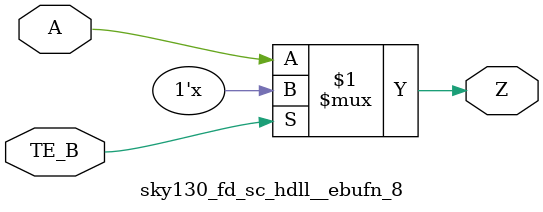
<source format=v>
/*
 * Copyright 2020 The SkyWater PDK Authors
 *
 * Licensed under the Apache License, Version 2.0 (the "License");
 * you may not use this file except in compliance with the License.
 * You may obtain a copy of the License at
 *
 *     https://www.apache.org/licenses/LICENSE-2.0
 *
 * Unless required by applicable law or agreed to in writing, software
 * distributed under the License is distributed on an "AS IS" BASIS,
 * WITHOUT WARRANTIES OR CONDITIONS OF ANY KIND, either express or implied.
 * See the License for the specific language governing permissions and
 * limitations under the License.
 *
 * SPDX-License-Identifier: Apache-2.0
*/


`ifndef SKY130_FD_SC_HDLL__EBUFN_8_FUNCTIONAL_V
`define SKY130_FD_SC_HDLL__EBUFN_8_FUNCTIONAL_V

/**
 * ebufn: Tri-state buffer, negative enable.
 *
 * Verilog simulation functional model.
 */

`timescale 1ns / 1ps
`default_nettype none

`celldefine
module sky130_fd_sc_hdll__ebufn_8 (
    Z   ,
    A   ,
    TE_B
);

    // Module ports
    output Z   ;
    input  A   ;
    input  TE_B;

    //     Name     Output  Other arguments
    bufif0 bufif00 (Z     , A, TE_B        );

endmodule
`endcelldefine

`default_nettype wire
`endif  // SKY130_FD_SC_HDLL__EBUFN_8_FUNCTIONAL_V

</source>
